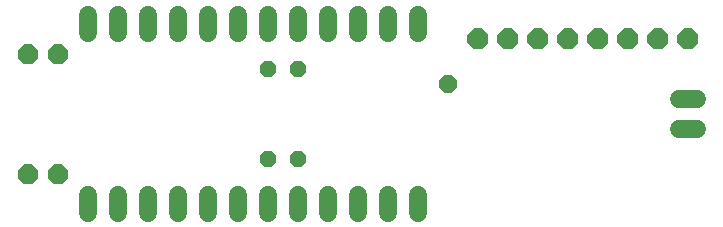
<source format=gbr>
G04 EAGLE Gerber RS-274X export*
G75*
%MOMM*%
%FSLAX34Y34*%
%LPD*%
%INTop Copper*%
%IPPOS*%
%AMOC8*
5,1,8,0,0,1.08239X$1,22.5*%
G01*
%ADD10C,1.524000*%
%ADD11P,1.924489X8X292.500000*%
%ADD12P,1.814519X8X202.500000*%
%ADD13P,1.429621X8X292.500000*%
%ADD14P,1.649562X8X22.500000*%


D10*
X355600Y299720D02*
X355600Y284480D01*
X330200Y284480D02*
X330200Y299720D01*
X304800Y299720D02*
X304800Y284480D01*
X279400Y284480D02*
X279400Y299720D01*
X254000Y299720D02*
X254000Y284480D01*
X228600Y284480D02*
X228600Y299720D01*
X203200Y299720D02*
X203200Y284480D01*
X177800Y284480D02*
X177800Y299720D01*
X152400Y299720D02*
X152400Y284480D01*
X127000Y284480D02*
X127000Y299720D01*
X101600Y299720D02*
X101600Y284480D01*
X76200Y284480D02*
X76200Y299720D01*
X76200Y147320D02*
X76200Y132080D01*
X101600Y132080D02*
X101600Y147320D01*
X127000Y147320D02*
X127000Y132080D01*
X152400Y132080D02*
X152400Y147320D01*
X177800Y147320D02*
X177800Y132080D01*
X203200Y132080D02*
X203200Y147320D01*
X228600Y147320D02*
X228600Y132080D01*
X254000Y132080D02*
X254000Y147320D01*
X279400Y147320D02*
X279400Y132080D01*
X304800Y132080D02*
X304800Y147320D01*
X330200Y147320D02*
X330200Y132080D01*
X355600Y132080D02*
X355600Y147320D01*
D11*
X584200Y279400D03*
X558800Y279400D03*
X533400Y279400D03*
X508000Y279400D03*
X482600Y279400D03*
X457200Y279400D03*
X431800Y279400D03*
X406400Y279400D03*
D12*
X50800Y266700D03*
X25400Y266700D03*
X50800Y165100D03*
X25400Y165100D03*
D13*
X228600Y254000D03*
X228600Y177800D03*
X254000Y254000D03*
X254000Y177800D03*
D10*
X576580Y228600D02*
X591820Y228600D01*
X591820Y203200D02*
X576580Y203200D01*
D14*
X381000Y241300D03*
M02*

</source>
